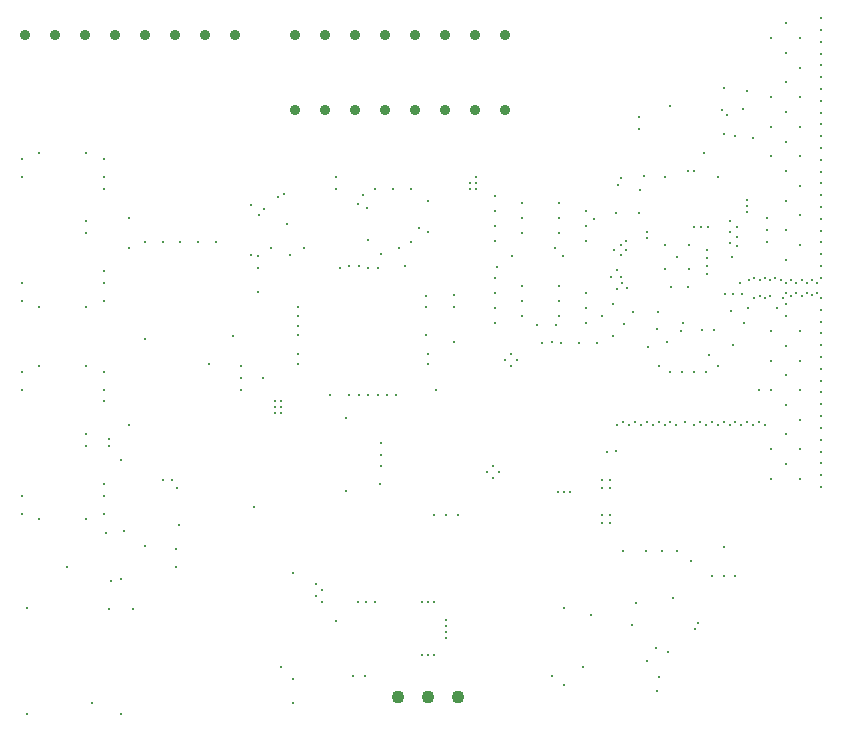
<source format=gbr>
%TF.GenerationSoftware,Altium Limited,Altium Designer,22.2.1 (43)*%
G04 Layer_Color=0*
%FSLAX26Y26*%
%MOIN*%
%TF.SameCoordinates,FBDAFD36-F916-462A-90D8-3015B88DE517*%
%TF.FilePolarity,Positive*%
%TF.FileFunction,Plated,1,4,PTH,Drill*%
%TF.Part,Single*%
G01*
G75*
%TA.AperFunction,ComponentDrill*%
%ADD162C,0.035433*%
%ADD163C,0.043307*%
%TA.AperFunction,ViaDrill,NotFilled*%
%ADD164C,0.007874*%
D162*
X2658268Y3897637D02*
D03*
X2558269D02*
D03*
X2458268Y3897637D02*
D03*
X2358268Y3897638D02*
D03*
X2258268Y3897638D02*
D03*
X2158268Y3897637D02*
D03*
X2058268Y3897638D02*
D03*
X1958268Y3897637D02*
D03*
X1258268Y3897638D02*
D03*
X1358268D02*
D03*
X1458268D02*
D03*
X1558268Y3897638D02*
D03*
X1658268D02*
D03*
X2058269Y3647638D02*
D03*
X2158269Y3647637D02*
D03*
X2258269Y3647638D02*
D03*
X2358269Y3647638D02*
D03*
X2458269Y3647638D02*
D03*
X2558269Y3647638D02*
D03*
X1958268Y3647637D02*
D03*
X2658268D02*
D03*
X1058268Y3897638D02*
D03*
X1158268Y3897638D02*
D03*
X1758268Y3897637D02*
D03*
D163*
X2501574Y1692913D02*
D03*
X2301575Y1692913D02*
D03*
X2401575D02*
D03*
D164*
X3543307Y3887795D02*
D03*
Y3690945D02*
D03*
Y3592520D02*
D03*
Y3494095D02*
D03*
Y2419291D02*
D03*
Y2517717D02*
D03*
Y2714567D02*
D03*
Y2812992D02*
D03*
Y2911418D02*
D03*
X3641732Y2419291D02*
D03*
X3592520Y2468504D02*
D03*
X3641732Y2517717D02*
D03*
X3592520Y2566929D02*
D03*
X3681102Y3080709D02*
D03*
X3698621Y3072233D02*
D03*
X3710630Y3088583D02*
D03*
Y3127953D02*
D03*
Y3167323D02*
D03*
Y3206693D02*
D03*
X2194882Y2007874D02*
D03*
X3503937Y2608268D02*
D03*
X3464567D02*
D03*
X3425197D02*
D03*
X3385827D02*
D03*
X3346457D02*
D03*
X3307087D02*
D03*
X3257874D02*
D03*
X3208661D02*
D03*
X3169291D02*
D03*
X3129921D02*
D03*
X3090551D02*
D03*
X3051181D02*
D03*
X3641732Y3297244D02*
D03*
X3592520Y3346457D02*
D03*
X3641732Y3395669D02*
D03*
Y3494095D02*
D03*
X3592520Y2960630D02*
D03*
Y2862205D02*
D03*
Y2763780D02*
D03*
X3641732Y2911418D02*
D03*
Y2812992D02*
D03*
Y2714567D02*
D03*
X3592520Y2665354D02*
D03*
X3641732Y2616142D02*
D03*
X3592520Y3937008D02*
D03*
X3641732Y3887795D02*
D03*
X3592520Y3838583D02*
D03*
X3641732Y3789370D02*
D03*
X3592520Y3740157D02*
D03*
X3641732Y3690945D02*
D03*
X3592520Y3641732D02*
D03*
X3641732Y3592520D02*
D03*
X3592520Y3543307D02*
D03*
Y3444882D02*
D03*
X3641732Y3198819D02*
D03*
X3592520Y3248032D02*
D03*
Y3149606D02*
D03*
X3445790Y3033813D02*
D03*
X3439486Y3072431D02*
D03*
X3470816Y3080709D02*
D03*
X3584969Y3020485D02*
D03*
X3593444Y3002944D02*
D03*
X3540889Y3029528D02*
D03*
X3523371Y3021052D02*
D03*
X3505852Y3029528D02*
D03*
X3488334Y3021052D02*
D03*
Y3089184D02*
D03*
X3505852Y3080709D02*
D03*
X3523371Y3089184D02*
D03*
X3540889Y3080709D02*
D03*
X3558408Y3089184D02*
D03*
X3575926Y3080709D02*
D03*
X3593444Y3038003D02*
D03*
X3610985Y3029528D02*
D03*
X3628503Y3038003D02*
D03*
X3646044Y3029528D02*
D03*
X3593444Y3072233D02*
D03*
X3610985Y3080709D02*
D03*
X3628503Y3072233D02*
D03*
X3646044Y3080709D02*
D03*
X3681102Y3031496D02*
D03*
X2824803Y3188976D02*
D03*
X3418567Y3033813D02*
D03*
X3391344D02*
D03*
X3710630Y3954723D02*
D03*
Y3915353D02*
D03*
Y3561023D02*
D03*
Y3600393D02*
D03*
Y3639763D02*
D03*
Y3757873D02*
D03*
Y3718503D02*
D03*
Y3679133D02*
D03*
Y3875983D02*
D03*
Y3836613D02*
D03*
Y3797243D02*
D03*
Y3246063D02*
D03*
Y3285433D02*
D03*
Y3403543D02*
D03*
Y3364173D02*
D03*
Y3324803D02*
D03*
Y3521653D02*
D03*
Y3482283D02*
D03*
Y3442913D02*
D03*
X3663562Y3072233D02*
D03*
X3710630Y2470474D02*
D03*
Y2431104D02*
D03*
Y2391733D02*
D03*
Y2588584D02*
D03*
Y2549213D02*
D03*
Y2509843D02*
D03*
Y2706693D02*
D03*
Y2667323D02*
D03*
Y2627954D02*
D03*
Y2824803D02*
D03*
Y2785434D02*
D03*
Y2746064D02*
D03*
Y2864173D02*
D03*
Y2903544D02*
D03*
Y2942914D02*
D03*
Y3021653D02*
D03*
X3663562Y3038003D02*
D03*
X3698621D02*
D03*
X3562992Y2989535D02*
D03*
X3710630Y2982284D02*
D03*
X2874015Y2374016D02*
D03*
X2854330D02*
D03*
X2834645D02*
D03*
X2598425Y2440945D02*
D03*
X2618110Y2460630D02*
D03*
X2637795Y2440945D02*
D03*
X2618110Y2421260D02*
D03*
X3334794Y3258343D02*
D03*
X3031496Y2598425D02*
D03*
X3070865D02*
D03*
X3110236D02*
D03*
X3149606D02*
D03*
X3188977D02*
D03*
X3228347D02*
D03*
X3287402D02*
D03*
X3326772D02*
D03*
X3366142D02*
D03*
X3405512D02*
D03*
X3444882D02*
D03*
X3484252D02*
D03*
X3523622D02*
D03*
X2854331Y1732283D02*
D03*
X3028103Y2510184D02*
D03*
X2996572Y2509041D02*
D03*
X3031264Y3051475D02*
D03*
X3163713Y2917564D02*
D03*
X3167290Y2974938D02*
D03*
X3106758Y3380757D02*
D03*
X3026166Y3304740D02*
D03*
X3455209Y2937610D02*
D03*
X3415978Y2866463D02*
D03*
X3047586Y3070866D02*
D03*
X3043285Y3092584D02*
D03*
X3063575Y3055118D02*
D03*
X3084513Y2975545D02*
D03*
X3011811Y3090551D02*
D03*
X3042382Y3165354D02*
D03*
X3061470Y3212599D02*
D03*
Y3181102D02*
D03*
X3130650Y3221348D02*
D03*
Y3243177D02*
D03*
X3244822Y2912674D02*
D03*
X3251581Y2937467D02*
D03*
X3411766Y2978967D02*
D03*
X3103336Y3306127D02*
D03*
X1832916Y3042073D02*
D03*
X2979921Y2414111D02*
D03*
X3005717D02*
D03*
Y2388316D02*
D03*
Y2270929D02*
D03*
X2979921D02*
D03*
X3005717Y2296725D02*
D03*
X2979921D02*
D03*
X3346458Y2096460D02*
D03*
X2460630Y1909449D02*
D03*
Y1929134D02*
D03*
X2381890Y2007874D02*
D03*
X2401575D02*
D03*
X2421260D02*
D03*
X2460630Y1948819D02*
D03*
Y1889764D02*
D03*
X2381890Y1830709D02*
D03*
X2421260D02*
D03*
X2401575D02*
D03*
X1259843Y2529527D02*
D03*
X1259843Y2568898D02*
D03*
X1259842Y3277559D02*
D03*
X1259842Y3238189D02*
D03*
X2696850Y2814961D02*
D03*
X2677165Y2834646D02*
D03*
X2657480Y2814961D02*
D03*
X2677165Y2795276D02*
D03*
X2813854Y2874128D02*
D03*
X3464566Y3348001D02*
D03*
Y3327544D02*
D03*
X1929134Y3267716D02*
D03*
X1105119Y2992126D02*
D03*
X1046063Y3011811D02*
D03*
Y3070867D02*
D03*
X1105119Y3503937D02*
D03*
X1046063Y3484252D02*
D03*
Y3425197D02*
D03*
X1046064Y2716535D02*
D03*
Y2775590D02*
D03*
X1105119Y2795275D02*
D03*
X1046064Y2362205D02*
D03*
Y2303150D02*
D03*
X1105119Y2283465D02*
D03*
X3379825Y3647015D02*
D03*
X3397696Y3631659D02*
D03*
X3032304Y3397847D02*
D03*
X3266189Y3444620D02*
D03*
X1338583Y2550075D02*
D03*
X3287938Y3444179D02*
D03*
X1338583Y2528465D02*
D03*
X3042859Y3420208D02*
D03*
X3121842Y3429182D02*
D03*
X3104874Y3586610D02*
D03*
X3104879Y3625988D02*
D03*
X3208661Y3661417D02*
D03*
X3385648Y3569517D02*
D03*
X2979921Y2388316D02*
D03*
X1948819Y1673228D02*
D03*
Y1751968D02*
D03*
X1909449Y1791339D02*
D03*
X1318897Y3385827D02*
D03*
Y3425197D02*
D03*
Y3484252D02*
D03*
X1259842Y3503937D02*
D03*
X1318897Y3110236D02*
D03*
Y3070866D02*
D03*
Y3011811D02*
D03*
X1259842Y2992126D02*
D03*
X1318897Y2677165D02*
D03*
Y2716535D02*
D03*
Y2775591D02*
D03*
X1259842Y2795276D02*
D03*
X1259842Y2283465D02*
D03*
X1318898Y2303150D02*
D03*
Y2362205D02*
D03*
Y2401575D02*
D03*
X2094089Y1943460D02*
D03*
X1889764Y2677165D02*
D03*
X1909449D02*
D03*
Y2637795D02*
D03*
X1889764D02*
D03*
Y2657480D02*
D03*
X1909449D02*
D03*
X1850394Y2755905D02*
D03*
X2559055Y3425197D02*
D03*
X2559055Y3405512D02*
D03*
X2539370Y3405512D02*
D03*
X2539370Y3385827D02*
D03*
X2559055Y3385827D02*
D03*
X3078929Y1931229D02*
D03*
X3198819Y1840718D02*
D03*
X3169291Y1759024D02*
D03*
X2944025Y1966536D02*
D03*
X2916211Y1791339D02*
D03*
X3464567Y3307087D02*
D03*
X3134859Y2856997D02*
D03*
X1876821Y3189572D02*
D03*
X2342520Y3208661D02*
D03*
X1377953Y2480315D02*
D03*
X2200787Y3122975D02*
D03*
X2394628Y2992126D02*
D03*
Y3027561D02*
D03*
X1343506Y2078936D02*
D03*
X3484252Y3555118D02*
D03*
X3464567Y3712598D02*
D03*
X3450421Y3651212D02*
D03*
X3318715Y3503937D02*
D03*
X2188967Y1763112D02*
D03*
X2149597D02*
D03*
X1377953Y1633858D02*
D03*
X1062992D02*
D03*
Y1988189D02*
D03*
X1279528Y1673228D02*
D03*
X3266024Y3058205D02*
D03*
X1968504Y2992126D02*
D03*
X1968504Y2897638D02*
D03*
X1968504Y2929134D02*
D03*
X1968504Y2960630D02*
D03*
X2401575Y2834646D02*
D03*
X2401575Y2803150D02*
D03*
X2106299Y3120079D02*
D03*
X2137795Y3129921D02*
D03*
X2169291Y3129922D02*
D03*
X2137795Y2696850D02*
D03*
X2169291Y2696851D02*
D03*
X2200787Y2696850D02*
D03*
X2232283Y2696850D02*
D03*
X2263780Y2696850D02*
D03*
X2165354Y2007874D02*
D03*
X2224409D02*
D03*
X3385827Y3720472D02*
D03*
X3425197Y3562992D02*
D03*
X3210007Y3058205D02*
D03*
X2093361Y3425197D02*
D03*
Y3385827D02*
D03*
X3028951Y3116634D02*
D03*
X3366142Y3425197D02*
D03*
X3188976D02*
D03*
X2244095Y3169291D02*
D03*
X2322835Y3129921D02*
D03*
X2303150Y3188976D02*
D03*
X2401575Y3346457D02*
D03*
X2342520Y3385827D02*
D03*
X2283465D02*
D03*
X2224409D02*
D03*
X2185039Y3366142D02*
D03*
X2295275Y2696851D02*
D03*
X2074803Y2696851D02*
D03*
X1968504Y2803150D02*
D03*
Y2834646D02*
D03*
X2047244Y2007874D02*
D03*
Y2047244D02*
D03*
X2027559Y2027559D02*
D03*
Y2066929D02*
D03*
X1515752Y2414997D02*
D03*
X1402982Y2598425D02*
D03*
X1402982Y3287402D02*
D03*
Y3188976D02*
D03*
X1832912Y3120809D02*
D03*
Y3160179D02*
D03*
X1811027Y3163951D02*
D03*
Y3332119D02*
D03*
X1328626Y2240004D02*
D03*
X1377953Y2086614D02*
D03*
X1458353Y2194882D02*
D03*
X1387795Y2245755D02*
D03*
X1196174Y2125984D02*
D03*
X1338586Y1983572D02*
D03*
X1417323Y1983576D02*
D03*
X1559731Y2125985D02*
D03*
X1559735Y2185043D02*
D03*
X3311677Y3258343D02*
D03*
X3288560D02*
D03*
X2814961Y1762956D02*
D03*
X3095057Y2003541D02*
D03*
X3298946Y1938977D02*
D03*
X3277559Y2145669D02*
D03*
X3388633Y2191868D02*
D03*
X3385834Y2096460D02*
D03*
X3425197Y2096457D02*
D03*
X2421263Y2298533D02*
D03*
X2460629Y2298537D02*
D03*
X2500003Y2298533D02*
D03*
X2125981Y2622727D02*
D03*
X2244095Y2460630D02*
D03*
Y2539370D02*
D03*
Y2500000D02*
D03*
X2125984Y2377277D02*
D03*
X2239478Y2401571D02*
D03*
X1948819Y2106299D02*
D03*
X1820866Y2323819D02*
D03*
X1564081Y2389089D02*
D03*
X1546812Y2416643D02*
D03*
X1570190Y2263780D02*
D03*
X1938977Y3166005D02*
D03*
X1751968Y2893701D02*
D03*
X3162236Y1712599D02*
D03*
X3129921Y1811024D02*
D03*
X3158958Y1856298D02*
D03*
X3289104Y1919292D02*
D03*
X2854331Y1988189D02*
D03*
X3218504Y2020181D02*
D03*
X3230319Y2177987D02*
D03*
X3179137Y2177987D02*
D03*
X3127444Y2177987D02*
D03*
X3051185D02*
D03*
X1671260Y2800012D02*
D03*
X1458662Y2886626D02*
D03*
X1776267Y2716535D02*
D03*
Y2755905D02*
D03*
Y2795276D02*
D03*
X1988189Y3188976D02*
D03*
X1853128Y3316929D02*
D03*
X1919291Y3369299D02*
D03*
X1899607Y3358453D02*
D03*
X1838398Y3297244D02*
D03*
X1456693Y3208661D02*
D03*
X1515748D02*
D03*
X1574803D02*
D03*
X1633858D02*
D03*
X1692914D02*
D03*
X3169291Y2795276D02*
D03*
X3208661Y2775590D02*
D03*
X3248031D02*
D03*
X3287401D02*
D03*
X3326772D02*
D03*
X3366142Y2795276D02*
D03*
X2232283Y3121396D02*
D03*
X2428006Y2716532D02*
D03*
X2401571Y3241285D02*
D03*
X2370608Y3253937D02*
D03*
X2196321Y3320866D02*
D03*
X2165358Y3333518D02*
D03*
X2200787Y3215413D02*
D03*
X2487066Y3031500D02*
D03*
X2487066Y2992130D02*
D03*
Y2874020D02*
D03*
X2393050Y2897638D02*
D03*
X3019803Y3180625D02*
D03*
X2953073Y3284090D02*
D03*
X2631107Y3125715D02*
D03*
X2680060Y3162246D02*
D03*
X2712786Y2961758D02*
D03*
X2712787Y3011757D02*
D03*
X2712786Y3061758D02*
D03*
X2712786Y3237348D02*
D03*
Y3287348D02*
D03*
X2712786Y3337348D02*
D03*
X2838395Y3337349D02*
D03*
X2838395Y3287348D02*
D03*
Y3237349D02*
D03*
X2838395Y2961758D02*
D03*
Y3011758D02*
D03*
X2838395Y3061758D02*
D03*
X2849869Y3162246D02*
D03*
X2964121Y2873111D02*
D03*
X2903128D02*
D03*
X2842135D02*
D03*
X2781143D02*
D03*
X3015396Y2895273D02*
D03*
X3053608Y2935184D02*
D03*
X2979662Y2960877D02*
D03*
X2764828Y2933035D02*
D03*
X2825821D02*
D03*
X3017874Y3000789D02*
D03*
X3230142Y3157480D02*
D03*
X3269512Y3118110D02*
D03*
X3190771D02*
D03*
Y3196850D02*
D03*
X3269512D02*
D03*
X2623037Y3086811D02*
D03*
X2623037Y3362401D02*
D03*
Y3212401D02*
D03*
X2623037Y3262401D02*
D03*
Y3312401D02*
D03*
X2623037Y2936811D02*
D03*
X2623037Y2986811D02*
D03*
Y3036811D02*
D03*
X2928144Y2936811D02*
D03*
X2928144Y2986811D02*
D03*
Y3036811D02*
D03*
X2928144Y3312402D02*
D03*
Y3262402D02*
D03*
X2928144Y3212402D02*
D03*
X3042381Y3196850D02*
D03*
X3414617Y3158281D02*
D03*
X3530152Y3287405D02*
D03*
Y3248035D02*
D03*
Y3208665D02*
D03*
X3468504Y2989535D02*
D03*
X3315193Y2913386D02*
D03*
X3353822D02*
D03*
X3197153Y2876569D02*
D03*
X3338280Y2832093D02*
D03*
X3503937Y2716535D02*
D03*
X3431450Y3259855D02*
D03*
X3408587Y3242493D02*
D03*
X3431450Y3224416D02*
D03*
X3408587Y3277115D02*
D03*
Y3204260D02*
D03*
X3431450Y3196587D02*
D03*
X3329573Y3181097D02*
D03*
X3329573Y3153544D02*
D03*
X3329573Y3129921D02*
D03*
Y3102368D02*
D03*
%TF.MD5,7b9e8b8caa740cf86fe7ab56adf2ea64*%
M02*

</source>
